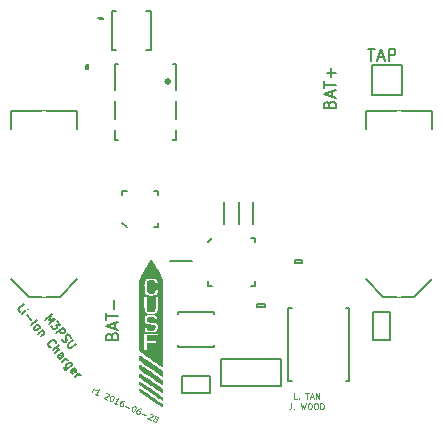
<source format=gto>
G04 #@! TF.FileFunction,Legend,Top*
%FSLAX46Y46*%
G04 Gerber Fmt 4.6, Leading zero omitted, Abs format (unit mm)*
G04 Created by KiCad (PCBNEW 4.1.0-alpha+201605071002+6776~44~ubuntu14.04.1-product) date Wed 29 Jun 2016 02:15:50 BST*
%MOMM*%
%LPD*%
G01*
G04 APERTURE LIST*
%ADD10C,0.100000*%
%ADD11C,0.200000*%
%ADD12C,0.125000*%
%ADD13C,0.150000*%
%ADD14R,0.620000X0.620000*%
%ADD15R,1.150000X2.700000*%
%ADD16R,2.700000X1.150000*%
%ADD17R,0.800000X0.300000*%
%ADD18R,0.300000X0.800000*%
%ADD19R,0.902000X0.902000*%
%ADD20R,2.920000X0.740000*%
%ADD21C,1.200000*%
%ADD22R,2.000000X1.800000*%
%ADD23R,0.250000X0.400000*%
%ADD24R,0.700000X0.400000*%
%ADD25R,0.405000X0.760000*%
%ADD26R,2.235000X1.725000*%
%ADD27R,0.405000X0.990000*%
%ADD28R,0.400000X0.250000*%
%ADD29R,0.400000X0.700000*%
%ADD30R,0.610000X1.270000*%
%ADD31R,3.910000X3.810000*%
%ADD32R,1.000000X0.950000*%
%ADD33R,0.475000X0.800000*%
%ADD34R,0.650000X0.550000*%
%ADD35R,0.750000X0.550000*%
%ADD36R,2.025000X3.900000*%
%ADD37R,0.650000X1.250000*%
%ADD38R,0.450000X0.450000*%
%ADD39R,1.036000X2.450000*%
%ADD40R,0.562000X2.450000*%
%ADD41R,0.240000X0.900000*%
%ADD42R,0.900000X0.240000*%
%ADD43R,1.502000X1.502000*%
G04 APERTURE END LIST*
D10*
D11*
X112385714Y-86852380D02*
X112957142Y-86852380D01*
X112671428Y-87852380D02*
X112671428Y-86852380D01*
X113242857Y-87566666D02*
X113719047Y-87566666D01*
X113147619Y-87852380D02*
X113480952Y-86852380D01*
X113814285Y-87852380D01*
X114147619Y-87852380D02*
X114147619Y-86852380D01*
X114528571Y-86852380D01*
X114623809Y-86900000D01*
X114671428Y-86947619D01*
X114719047Y-87042857D01*
X114719047Y-87185714D01*
X114671428Y-87280952D01*
X114623809Y-87328571D01*
X114528571Y-87376190D01*
X114147619Y-87376190D01*
X109128571Y-91557142D02*
X109176190Y-91414285D01*
X109223809Y-91366666D01*
X109319047Y-91319047D01*
X109461904Y-91319047D01*
X109557142Y-91366666D01*
X109604761Y-91414285D01*
X109652380Y-91509523D01*
X109652380Y-91890476D01*
X108652380Y-91890476D01*
X108652380Y-91557142D01*
X108700000Y-91461904D01*
X108747619Y-91414285D01*
X108842857Y-91366666D01*
X108938095Y-91366666D01*
X109033333Y-91414285D01*
X109080952Y-91461904D01*
X109128571Y-91557142D01*
X109128571Y-91890476D01*
X109366666Y-90938095D02*
X109366666Y-90461904D01*
X109652380Y-91033333D02*
X108652380Y-90700000D01*
X109652380Y-90366666D01*
X108652380Y-90176190D02*
X108652380Y-89604761D01*
X109652380Y-89890476D02*
X108652380Y-89890476D01*
X109271428Y-89271428D02*
X109271428Y-88509523D01*
X109652380Y-88890476D02*
X108890476Y-88890476D01*
X90728571Y-111157142D02*
X90776190Y-111014285D01*
X90823809Y-110966666D01*
X90919047Y-110919047D01*
X91061904Y-110919047D01*
X91157142Y-110966666D01*
X91204761Y-111014285D01*
X91252380Y-111109523D01*
X91252380Y-111490476D01*
X90252380Y-111490476D01*
X90252380Y-111157142D01*
X90300000Y-111061904D01*
X90347619Y-111014285D01*
X90442857Y-110966666D01*
X90538095Y-110966666D01*
X90633333Y-111014285D01*
X90680952Y-111061904D01*
X90728571Y-111157142D01*
X90728571Y-111490476D01*
X90966666Y-110538095D02*
X90966666Y-110061904D01*
X91252380Y-110633333D02*
X90252380Y-110300000D01*
X91252380Y-109966666D01*
X90252380Y-109776190D02*
X90252380Y-109204761D01*
X91252380Y-109490476D02*
X90252380Y-109490476D01*
X90871428Y-108871428D02*
X90871428Y-108109523D01*
D12*
X106378571Y-116488690D02*
X106140476Y-116488690D01*
X106140476Y-115988690D01*
X106545238Y-116441071D02*
X106569047Y-116464880D01*
X106545238Y-116488690D01*
X106521428Y-116464880D01*
X106545238Y-116441071D01*
X106545238Y-116488690D01*
X107092857Y-115988690D02*
X107378571Y-115988690D01*
X107235714Y-116488690D02*
X107235714Y-115988690D01*
X107521428Y-116345833D02*
X107759523Y-116345833D01*
X107473809Y-116488690D02*
X107640476Y-115988690D01*
X107807142Y-116488690D01*
X107973809Y-116488690D02*
X107973809Y-115988690D01*
X108259523Y-116488690D01*
X108259523Y-115988690D01*
X105902380Y-116863690D02*
X105902380Y-117220833D01*
X105878571Y-117292261D01*
X105830952Y-117339880D01*
X105759523Y-117363690D01*
X105711904Y-117363690D01*
X106140476Y-117316071D02*
X106164285Y-117339880D01*
X106140476Y-117363690D01*
X106116666Y-117339880D01*
X106140476Y-117316071D01*
X106140476Y-117363690D01*
X106711904Y-116863690D02*
X106830952Y-117363690D01*
X106926190Y-117006547D01*
X107021428Y-117363690D01*
X107140476Y-116863690D01*
X107426190Y-116863690D02*
X107521428Y-116863690D01*
X107569047Y-116887500D01*
X107616666Y-116935119D01*
X107640476Y-117030357D01*
X107640476Y-117197023D01*
X107616666Y-117292261D01*
X107569047Y-117339880D01*
X107521428Y-117363690D01*
X107426190Y-117363690D01*
X107378571Y-117339880D01*
X107330952Y-117292261D01*
X107307142Y-117197023D01*
X107307142Y-117030357D01*
X107330952Y-116935119D01*
X107378571Y-116887500D01*
X107426190Y-116863690D01*
X107950000Y-116863690D02*
X108045238Y-116863690D01*
X108092857Y-116887500D01*
X108140476Y-116935119D01*
X108164285Y-117030357D01*
X108164285Y-117197023D01*
X108140476Y-117292261D01*
X108092857Y-117339880D01*
X108045238Y-117363690D01*
X107950000Y-117363690D01*
X107902380Y-117339880D01*
X107854761Y-117292261D01*
X107830952Y-117197023D01*
X107830952Y-117030357D01*
X107854761Y-116935119D01*
X107902380Y-116887500D01*
X107950000Y-116863690D01*
X108378571Y-117363690D02*
X108378571Y-116863690D01*
X108497619Y-116863690D01*
X108569047Y-116887500D01*
X108616666Y-116935119D01*
X108640476Y-116982738D01*
X108664285Y-117077976D01*
X108664285Y-117149404D01*
X108640476Y-117244642D01*
X108616666Y-117292261D01*
X108569047Y-117339880D01*
X108497619Y-117363690D01*
X108378571Y-117363690D01*
X88996273Y-115942174D02*
X89137146Y-115640071D01*
X89096897Y-115726387D02*
X89138600Y-115693291D01*
X89170241Y-115681775D01*
X89223461Y-115680321D01*
X89266619Y-115700446D01*
X89514163Y-116183670D02*
X89255218Y-116062922D01*
X89384691Y-116123296D02*
X89596000Y-115670142D01*
X89522656Y-115714754D01*
X89459373Y-115737787D01*
X89406153Y-115739241D01*
X90223238Y-116015170D02*
X90254879Y-116003654D01*
X90308099Y-116002199D01*
X90415993Y-116052511D01*
X90449088Y-116094215D01*
X90460604Y-116125856D01*
X90462058Y-116179076D01*
X90441934Y-116222233D01*
X90390168Y-116276907D01*
X90010475Y-116415104D01*
X90290999Y-116545914D01*
X90782832Y-116223571D02*
X90825989Y-116243696D01*
X90859084Y-116285399D01*
X90870601Y-116317040D01*
X90872055Y-116370260D01*
X90853384Y-116466637D01*
X90803073Y-116574531D01*
X90741244Y-116650784D01*
X90699541Y-116683879D01*
X90667900Y-116695395D01*
X90614680Y-116696850D01*
X90571523Y-116676725D01*
X90538427Y-116635021D01*
X90526911Y-116603380D01*
X90525457Y-116550160D01*
X90544127Y-116453783D01*
X90594439Y-116345889D01*
X90656267Y-116269637D01*
X90697971Y-116236541D01*
X90729612Y-116225025D01*
X90782832Y-116223571D01*
X91154149Y-116948408D02*
X90895204Y-116827660D01*
X91024676Y-116888034D02*
X91235986Y-116434880D01*
X91162641Y-116479492D01*
X91099359Y-116502525D01*
X91046139Y-116503979D01*
X91753876Y-116676376D02*
X91667561Y-116636127D01*
X91614341Y-116637581D01*
X91582700Y-116649097D01*
X91509355Y-116693709D01*
X91447527Y-116769962D01*
X91367028Y-116942592D01*
X91368482Y-116995812D01*
X91379999Y-117027453D01*
X91413094Y-117069156D01*
X91499409Y-117109405D01*
X91552629Y-117107951D01*
X91584270Y-117096435D01*
X91625973Y-117063340D01*
X91676285Y-116955446D01*
X91674831Y-116902226D01*
X91663315Y-116870585D01*
X91630219Y-116828882D01*
X91543904Y-116788632D01*
X91490685Y-116790086D01*
X91459044Y-116801603D01*
X91417340Y-116834698D01*
X91860432Y-117067586D02*
X92205692Y-117228583D01*
X92638605Y-117088932D02*
X92681762Y-117109057D01*
X92714857Y-117150760D01*
X92726374Y-117182401D01*
X92727828Y-117235621D01*
X92709157Y-117331999D01*
X92658846Y-117439892D01*
X92597018Y-117516145D01*
X92555314Y-117549240D01*
X92523673Y-117560757D01*
X92470453Y-117562211D01*
X92427296Y-117542086D01*
X92394200Y-117500383D01*
X92382684Y-117468742D01*
X92381230Y-117415522D01*
X92399901Y-117319144D01*
X92450212Y-117211251D01*
X92512040Y-117134998D01*
X92553744Y-117101903D01*
X92585385Y-117090386D01*
X92638605Y-117088932D01*
X93178074Y-117340491D02*
X93091759Y-117300241D01*
X93038539Y-117301695D01*
X93006898Y-117313212D01*
X92933553Y-117357823D01*
X92871725Y-117434076D01*
X92791226Y-117606706D01*
X92792680Y-117659926D01*
X92804197Y-117691567D01*
X92837292Y-117733271D01*
X92923607Y-117773520D01*
X92976827Y-117772066D01*
X93008468Y-117760549D01*
X93050171Y-117727454D01*
X93100483Y-117619560D01*
X93099029Y-117566341D01*
X93087513Y-117534699D01*
X93054417Y-117492996D01*
X92968102Y-117452747D01*
X92914883Y-117454201D01*
X92883241Y-117465717D01*
X92841538Y-117498812D01*
X93284630Y-117731700D02*
X93629890Y-117892698D01*
X93934784Y-117745892D02*
X93966425Y-117734376D01*
X94019645Y-117732922D01*
X94127539Y-117783234D01*
X94160634Y-117824937D01*
X94172151Y-117856578D01*
X94173605Y-117909798D01*
X94153480Y-117952956D01*
X94101714Y-118007629D01*
X93722021Y-118145826D01*
X94002545Y-118276637D01*
X94382238Y-118138440D02*
X94349143Y-118096736D01*
X94337626Y-118065095D01*
X94336172Y-118011875D01*
X94346235Y-117990297D01*
X94387938Y-117957202D01*
X94419579Y-117945685D01*
X94472799Y-117944231D01*
X94559114Y-117984480D01*
X94592209Y-118026184D01*
X94603726Y-118057825D01*
X94605180Y-118111045D01*
X94595117Y-118132624D01*
X94553414Y-118165719D01*
X94521773Y-118177235D01*
X94468553Y-118178689D01*
X94382238Y-118138440D01*
X94329018Y-118139894D01*
X94297377Y-118151410D01*
X94255674Y-118184506D01*
X94215424Y-118270821D01*
X94216878Y-118324040D01*
X94228395Y-118355681D01*
X94261490Y-118397385D01*
X94347805Y-118437634D01*
X94401025Y-118436180D01*
X94432666Y-118424664D01*
X94474369Y-118391569D01*
X94514619Y-118305254D01*
X94513165Y-118252034D01*
X94501648Y-118220393D01*
X94468553Y-118178689D01*
D13*
X85077872Y-109779437D02*
X85614104Y-109329486D01*
X85381065Y-109829624D01*
X85914071Y-109686973D01*
X85377840Y-110136925D01*
X86085481Y-109891252D02*
X86364022Y-110223205D01*
X86009760Y-110215871D01*
X86074039Y-110292475D01*
X86091357Y-110364971D01*
X86087248Y-110411932D01*
X86057605Y-110480320D01*
X85929931Y-110587451D01*
X85857435Y-110604769D01*
X85810474Y-110600660D01*
X85742086Y-110571017D01*
X85613529Y-110417808D01*
X85596211Y-110345312D01*
X85600320Y-110298351D01*
X86020628Y-110902969D02*
X86556859Y-110453018D01*
X86728269Y-110657296D01*
X86745586Y-110729792D01*
X86741478Y-110776753D01*
X86711835Y-110845141D01*
X86635230Y-110909419D01*
X86562734Y-110926737D01*
X86515773Y-110922629D01*
X86447386Y-110892985D01*
X86275976Y-110688707D01*
X86474688Y-111392239D02*
X86513431Y-111490270D01*
X86620563Y-111617944D01*
X86688950Y-111647587D01*
X86735911Y-111651696D01*
X86808407Y-111634378D01*
X86859477Y-111591526D01*
X86889120Y-111523138D01*
X86893229Y-111476177D01*
X86875911Y-111403682D01*
X86815741Y-111280116D01*
X86798423Y-111207620D01*
X86802532Y-111160659D01*
X86832175Y-111092272D01*
X86883245Y-111049419D01*
X86955740Y-111032102D01*
X87002701Y-111036210D01*
X87071089Y-111065853D01*
X87178220Y-111193528D01*
X87216964Y-111291558D01*
X87435335Y-111499945D02*
X87001243Y-111864192D01*
X86971600Y-111932579D01*
X86967491Y-111979540D01*
X86984809Y-112052036D01*
X87070514Y-112154175D01*
X87138901Y-112183819D01*
X87185862Y-112187927D01*
X87258358Y-112170609D01*
X87692450Y-111806363D01*
X82958749Y-109120833D02*
X82744487Y-108865485D01*
X83280718Y-108415533D01*
X83108733Y-109299576D02*
X83466220Y-108999609D01*
X83644964Y-108849625D02*
X83598003Y-108845517D01*
X83593895Y-108892478D01*
X83640856Y-108896586D01*
X83644964Y-108849625D01*
X83593895Y-108892478D01*
X83527274Y-109383515D02*
X83870094Y-109792072D01*
X83880078Y-110218830D02*
X84416309Y-109768878D01*
X84158619Y-110550782D02*
X84141302Y-110478287D01*
X84145410Y-110431325D01*
X84175054Y-110362938D01*
X84328263Y-110234381D01*
X84400758Y-110217063D01*
X84447720Y-110221171D01*
X84516107Y-110250815D01*
X84580386Y-110327419D01*
X84597703Y-110399915D01*
X84593595Y-110446876D01*
X84563951Y-110515264D01*
X84410742Y-110643821D01*
X84338247Y-110661139D01*
X84291286Y-110657030D01*
X84222898Y-110627387D01*
X84158619Y-110550782D01*
X84858927Y-110659372D02*
X84501440Y-110959339D01*
X84807857Y-110702224D02*
X84854818Y-110706333D01*
X84923206Y-110735976D01*
X84987484Y-110812581D01*
X85004802Y-110885077D01*
X84975159Y-110953464D01*
X84694276Y-111189153D01*
X85559543Y-112116623D02*
X85512582Y-112112515D01*
X85422768Y-112057336D01*
X85379916Y-112006267D01*
X85341172Y-111908236D01*
X85349389Y-111814314D01*
X85379032Y-111745927D01*
X85459745Y-111634687D01*
X85536350Y-111570408D01*
X85659915Y-111510238D01*
X85732411Y-111492920D01*
X85826333Y-111501137D01*
X85916147Y-111556316D01*
X85959000Y-111607385D01*
X85997743Y-111705416D01*
X85993635Y-111752377D01*
X85701310Y-112389289D02*
X86237541Y-111939338D01*
X85894146Y-112619102D02*
X86175029Y-112383414D01*
X86204672Y-112315026D01*
X86187355Y-112242530D01*
X86123076Y-112165926D01*
X86054689Y-112136283D01*
X86007727Y-112132174D01*
X86301245Y-113104264D02*
X86582128Y-112868575D01*
X86611771Y-112800188D01*
X86594453Y-112727692D01*
X86508748Y-112625553D01*
X86440361Y-112595909D01*
X86326780Y-113082838D02*
X86258392Y-113053194D01*
X86151261Y-112925520D01*
X86133943Y-112853024D01*
X86163587Y-112784637D01*
X86214656Y-112741784D01*
X86287152Y-112724467D01*
X86355540Y-112754110D01*
X86462671Y-112881784D01*
X86531058Y-112911428D01*
X86515507Y-113359612D02*
X86872995Y-113059644D01*
X86770856Y-113145349D02*
X86843351Y-113128032D01*
X86890312Y-113132140D01*
X86958700Y-113161784D01*
X87001552Y-113212853D01*
X87344372Y-113621410D02*
X86910280Y-113985657D01*
X86837785Y-114002974D01*
X86790824Y-113998866D01*
X86722436Y-113969222D01*
X86658157Y-113892618D01*
X86640840Y-113820122D01*
X87012420Y-113899952D02*
X86944032Y-113870308D01*
X86858327Y-113768169D01*
X86841010Y-113695673D01*
X86845118Y-113648712D01*
X86874762Y-113580325D01*
X87027971Y-113451767D01*
X87100466Y-113434450D01*
X87147428Y-113438558D01*
X87215815Y-113468202D01*
X87301520Y-113570341D01*
X87318838Y-113642837D01*
X87398092Y-114359578D02*
X87329705Y-114329935D01*
X87244000Y-114227796D01*
X87226682Y-114155300D01*
X87256326Y-114086913D01*
X87460604Y-113915502D01*
X87533100Y-113898185D01*
X87601487Y-113927828D01*
X87687192Y-114029967D01*
X87704510Y-114102463D01*
X87674867Y-114170851D01*
X87623797Y-114213703D01*
X87358465Y-114001208D01*
X87586820Y-114636353D02*
X87944307Y-114336385D01*
X87842168Y-114422090D02*
X87914664Y-114404773D01*
X87961625Y-114408881D01*
X88030012Y-114438524D01*
X88072865Y-114489594D01*
D11*
X97540000Y-104850000D02*
X95620000Y-104850000D01*
X102650000Y-99790000D02*
X102650000Y-101700000D01*
X101440000Y-99790000D02*
X101440000Y-101700000D01*
X100230000Y-99790000D02*
X100230000Y-101700000D01*
D13*
X112785000Y-109115000D02*
X114235000Y-109115000D01*
X114235000Y-109115000D02*
X114235000Y-111465000D01*
X114235000Y-111465000D02*
X112785000Y-111465000D01*
X112785000Y-111465000D02*
X112785000Y-109115000D01*
X99015000Y-114565000D02*
X99015000Y-116015000D01*
X99015000Y-116015000D02*
X96665000Y-116015000D01*
X96665000Y-116015000D02*
X96665000Y-114565000D01*
X96665000Y-114565000D02*
X99015000Y-114565000D01*
X98845000Y-103245000D02*
X99195000Y-102895000D01*
X102495000Y-102895000D02*
X102845000Y-102895000D01*
X102845000Y-102895000D02*
X102845000Y-103245000D01*
X102495000Y-106895000D02*
X102845000Y-106895000D01*
X102845000Y-106895000D02*
X102845000Y-106545000D01*
X99195000Y-106895000D02*
X98845000Y-106895000D01*
X98845000Y-106895000D02*
X98845000Y-106545000D01*
X87785000Y-93635000D02*
X87785000Y-92135000D01*
X87785000Y-92135000D02*
X82215000Y-92135000D01*
X82215000Y-92135000D02*
X82215000Y-93635000D01*
X82215000Y-106365000D02*
X83715000Y-107865000D01*
X83715000Y-107865000D02*
X86285000Y-107865000D01*
X86285000Y-107865000D02*
X87785000Y-106365000D01*
X117785000Y-93635000D02*
X117785000Y-92135000D01*
X117785000Y-92135000D02*
X112215000Y-92135000D01*
X112215000Y-92135000D02*
X112215000Y-93635000D01*
X112215000Y-106365000D02*
X113715000Y-107865000D01*
X113715000Y-107865000D02*
X116285000Y-107865000D01*
X116285000Y-107865000D02*
X117785000Y-106365000D01*
X99975000Y-115400000D02*
X99975000Y-113100000D01*
X99975000Y-113100000D02*
X105025000Y-113100000D01*
X105025000Y-113100000D02*
X105025000Y-115400000D01*
X105025000Y-115400000D02*
X99975000Y-115400000D01*
X89975000Y-84205000D02*
X89525000Y-84205000D01*
X89525000Y-84205000D02*
X89700000Y-84355000D01*
X89700000Y-84355000D02*
X89975000Y-84355000D01*
X89975000Y-84355000D02*
X89975000Y-84205000D01*
X91080000Y-86920000D02*
X90700000Y-86920000D01*
X90700000Y-86920000D02*
X90700000Y-83620000D01*
X90700000Y-83620000D02*
X91080000Y-83620000D01*
X93620000Y-86920000D02*
X94000000Y-86920000D01*
X94000000Y-86920000D02*
X94000000Y-83620000D01*
X94000000Y-83620000D02*
X93620000Y-83620000D01*
X88675000Y-88545000D02*
X88675000Y-88095000D01*
X88675000Y-88095000D02*
X88525000Y-88270000D01*
X88525000Y-88270000D02*
X88525000Y-88545000D01*
X88525000Y-88545000D02*
X88675000Y-88545000D01*
X105940000Y-114955000D02*
X105655000Y-114955000D01*
X110800000Y-114955000D02*
X110515000Y-114955000D01*
X110800000Y-108805000D02*
X110515000Y-108805000D01*
X105940000Y-108805000D02*
X105655000Y-108805000D01*
X110805000Y-108805000D02*
X110805000Y-114955000D01*
X105655000Y-108805000D02*
X105655000Y-114955000D01*
X103655000Y-108415000D02*
X103655000Y-108665000D01*
X103655000Y-108665000D02*
X103005000Y-108665000D01*
X103005000Y-108665000D02*
X103005000Y-108415000D01*
X103005000Y-108415000D02*
X103655000Y-108415000D01*
X106855000Y-104765000D02*
X106855000Y-105015000D01*
X106855000Y-105015000D02*
X106205000Y-105015000D01*
X106205000Y-105015000D02*
X106205000Y-104765000D01*
X106205000Y-104765000D02*
X106855000Y-104765000D01*
X95650000Y-89620000D02*
G75*
G03X95650000Y-89620000I-200000J0D01*
G01*
X95520711Y-89620000D02*
G75*
G03X95520711Y-89620000I-70711J0D01*
G01*
X96150000Y-90330000D02*
X96150000Y-88170000D01*
X96150000Y-88170000D02*
X95860000Y-88170000D01*
X96150000Y-92780000D02*
X96150000Y-91290000D01*
X95850000Y-94570000D02*
X96150000Y-94570000D01*
X96150000Y-94570000D02*
X96150000Y-93740000D01*
X90950000Y-93740000D02*
X90950000Y-94570000D01*
X90950000Y-94570000D02*
X91250000Y-94570000D01*
X90950000Y-91290000D02*
X90950000Y-92780000D01*
X90950000Y-90330000D02*
X90950000Y-88170000D01*
X90950000Y-88170000D02*
X91240000Y-88170000D01*
X96330000Y-112120000D02*
X96330000Y-111900000D01*
X99330000Y-112120000D02*
X99330000Y-111900000D01*
X99330000Y-109120000D02*
X99330000Y-109340000D01*
X96330000Y-109120000D02*
X96330000Y-109340000D01*
X96330000Y-112120000D02*
X99330000Y-112120000D01*
X96330000Y-109120000D02*
X99330000Y-109120000D01*
X91965000Y-101905000D02*
X91615000Y-101555000D01*
X91615000Y-99255000D02*
X91615000Y-98905000D01*
X91615000Y-98905000D02*
X91965000Y-98905000D01*
X94615000Y-99255000D02*
X94615000Y-98905000D01*
X94615000Y-98905000D02*
X94265000Y-98905000D01*
X94615000Y-101555000D02*
X94615000Y-101905000D01*
X94615000Y-101905000D02*
X94265000Y-101905000D01*
D10*
G36*
X94995736Y-117038875D02*
X94993366Y-117087746D01*
X94972523Y-117118489D01*
X94954842Y-117123000D01*
X94930121Y-117111207D01*
X94874208Y-117077355D01*
X94790543Y-117023733D01*
X94682563Y-116952633D01*
X94553707Y-116866343D01*
X94407414Y-116767155D01*
X94247121Y-116657357D01*
X94076267Y-116539240D01*
X94028800Y-116506240D01*
X93854527Y-116384672D01*
X93689338Y-116268944D01*
X93536790Y-116161580D01*
X93400440Y-116065108D01*
X93283844Y-115982054D01*
X93190559Y-115914943D01*
X93124142Y-115866302D01*
X93088149Y-115838657D01*
X93084542Y-115835530D01*
X93038296Y-115773875D01*
X93026334Y-115708989D01*
X93029800Y-115660576D01*
X93045620Y-115643531D01*
X93074288Y-115645565D01*
X93098883Y-115658810D01*
X93154107Y-115693668D01*
X93235971Y-115747387D01*
X93340488Y-115817211D01*
X93463669Y-115900388D01*
X93601526Y-115994163D01*
X93750070Y-116095783D01*
X93905314Y-116202495D01*
X94063270Y-116311543D01*
X94219948Y-116420175D01*
X94371361Y-116525637D01*
X94513521Y-116625175D01*
X94642440Y-116716035D01*
X94754128Y-116795464D01*
X94844598Y-116860707D01*
X94909862Y-116909012D01*
X94945932Y-116937623D01*
X94947209Y-116938770D01*
X94980170Y-116984882D01*
X94995736Y-117038875D01*
X94995736Y-117038875D01*
X94995736Y-117038875D01*
G37*
X94995736Y-117038875D02*
X94993366Y-117087746D01*
X94972523Y-117118489D01*
X94954842Y-117123000D01*
X94930121Y-117111207D01*
X94874208Y-117077355D01*
X94790543Y-117023733D01*
X94682563Y-116952633D01*
X94553707Y-116866343D01*
X94407414Y-116767155D01*
X94247121Y-116657357D01*
X94076267Y-116539240D01*
X94028800Y-116506240D01*
X93854527Y-116384672D01*
X93689338Y-116268944D01*
X93536790Y-116161580D01*
X93400440Y-116065108D01*
X93283844Y-115982054D01*
X93190559Y-115914943D01*
X93124142Y-115866302D01*
X93088149Y-115838657D01*
X93084542Y-115835530D01*
X93038296Y-115773875D01*
X93026334Y-115708989D01*
X93029800Y-115660576D01*
X93045620Y-115643531D01*
X93074288Y-115645565D01*
X93098883Y-115658810D01*
X93154107Y-115693668D01*
X93235971Y-115747387D01*
X93340488Y-115817211D01*
X93463669Y-115900388D01*
X93601526Y-115994163D01*
X93750070Y-116095783D01*
X93905314Y-116202495D01*
X94063270Y-116311543D01*
X94219948Y-116420175D01*
X94371361Y-116525637D01*
X94513521Y-116625175D01*
X94642440Y-116716035D01*
X94754128Y-116795464D01*
X94844598Y-116860707D01*
X94909862Y-116909012D01*
X94945932Y-116937623D01*
X94947209Y-116938770D01*
X94980170Y-116984882D01*
X94995736Y-117038875D01*
X94995736Y-117038875D01*
G36*
X94996748Y-116494801D02*
X94983434Y-116536726D01*
X94957253Y-116551500D01*
X94933072Y-116539695D01*
X94877671Y-116505795D01*
X94794447Y-116452075D01*
X94686797Y-116380809D01*
X94558118Y-116294270D01*
X94411806Y-116194732D01*
X94251259Y-116084469D01*
X94079873Y-115965756D01*
X94020628Y-115924494D01*
X93845603Y-115802236D01*
X93680001Y-115686186D01*
X93527289Y-115578802D01*
X93390936Y-115482539D01*
X93274410Y-115399853D01*
X93181180Y-115333202D01*
X93114714Y-115285041D01*
X93078480Y-115257826D01*
X93073959Y-115254055D01*
X93044669Y-115210728D01*
X93027541Y-115153450D01*
X93023346Y-115095206D01*
X93032852Y-115048978D01*
X93056834Y-115027751D01*
X93060508Y-115027500D01*
X93083315Y-115039257D01*
X93136766Y-115072714D01*
X93216927Y-115125147D01*
X93319864Y-115193835D01*
X93441641Y-115276054D01*
X93578326Y-115369082D01*
X93725982Y-115470196D01*
X93880677Y-115576674D01*
X94038476Y-115685792D01*
X94195444Y-115794828D01*
X94347647Y-115901060D01*
X94491151Y-116001765D01*
X94622021Y-116094219D01*
X94736324Y-116175701D01*
X94830124Y-116243488D01*
X94899488Y-116294856D01*
X94940480Y-116327085D01*
X94947209Y-116333151D01*
X94978047Y-116380230D01*
X94994756Y-116438374D01*
X94996748Y-116494801D01*
X94996748Y-116494801D01*
X94996748Y-116494801D01*
G37*
X94996748Y-116494801D02*
X94983434Y-116536726D01*
X94957253Y-116551500D01*
X94933072Y-116539695D01*
X94877671Y-116505795D01*
X94794447Y-116452075D01*
X94686797Y-116380809D01*
X94558118Y-116294270D01*
X94411806Y-116194732D01*
X94251259Y-116084469D01*
X94079873Y-115965756D01*
X94020628Y-115924494D01*
X93845603Y-115802236D01*
X93680001Y-115686186D01*
X93527289Y-115578802D01*
X93390936Y-115482539D01*
X93274410Y-115399853D01*
X93181180Y-115333202D01*
X93114714Y-115285041D01*
X93078480Y-115257826D01*
X93073959Y-115254055D01*
X93044669Y-115210728D01*
X93027541Y-115153450D01*
X93023346Y-115095206D01*
X93032852Y-115048978D01*
X93056834Y-115027751D01*
X93060508Y-115027500D01*
X93083315Y-115039257D01*
X93136766Y-115072714D01*
X93216927Y-115125147D01*
X93319864Y-115193835D01*
X93441641Y-115276054D01*
X93578326Y-115369082D01*
X93725982Y-115470196D01*
X93880677Y-115576674D01*
X94038476Y-115685792D01*
X94195444Y-115794828D01*
X94347647Y-115901060D01*
X94491151Y-116001765D01*
X94622021Y-116094219D01*
X94736324Y-116175701D01*
X94830124Y-116243488D01*
X94899488Y-116294856D01*
X94940480Y-116327085D01*
X94947209Y-116333151D01*
X94978047Y-116380230D01*
X94994756Y-116438374D01*
X94996748Y-116494801D01*
X94996748Y-116494801D01*
G36*
X94994834Y-115825960D02*
X94992604Y-115892050D01*
X94983617Y-115925823D01*
X94964423Y-115937161D01*
X94955856Y-115937667D01*
X94931394Y-115925859D01*
X94875726Y-115891954D01*
X94792258Y-115838228D01*
X94684395Y-115766958D01*
X94555543Y-115680421D01*
X94409109Y-115580891D01*
X94248499Y-115470647D01*
X94077118Y-115351965D01*
X94019231Y-115311651D01*
X93844292Y-115189432D01*
X93678747Y-115073358D01*
X93526074Y-114965897D01*
X93389748Y-114869514D01*
X93273246Y-114786676D01*
X93180046Y-114719850D01*
X93113623Y-114671503D01*
X93077456Y-114644102D01*
X93073038Y-114640346D01*
X93044389Y-114606540D01*
X93031232Y-114565392D01*
X93029624Y-114501774D01*
X93030705Y-114477904D01*
X93036162Y-114410443D01*
X93046180Y-114375413D01*
X93065065Y-114362911D01*
X93081081Y-114362059D01*
X93106579Y-114374166D01*
X93162554Y-114408120D01*
X93245032Y-114461161D01*
X93350040Y-114530532D01*
X93473606Y-114613472D01*
X93611756Y-114707225D01*
X93760519Y-114809030D01*
X93915920Y-114916130D01*
X94073989Y-115025765D01*
X94230751Y-115135178D01*
X94382233Y-115241609D01*
X94524464Y-115342300D01*
X94653471Y-115434492D01*
X94765280Y-115515426D01*
X94855919Y-115582344D01*
X94921415Y-115632487D01*
X94957795Y-115663097D01*
X94963054Y-115668881D01*
X94983116Y-115720395D01*
X94993914Y-115795912D01*
X94994834Y-115825960D01*
X94994834Y-115825960D01*
X94994834Y-115825960D01*
G37*
X94994834Y-115825960D02*
X94992604Y-115892050D01*
X94983617Y-115925823D01*
X94964423Y-115937161D01*
X94955856Y-115937667D01*
X94931394Y-115925859D01*
X94875726Y-115891954D01*
X94792258Y-115838228D01*
X94684395Y-115766958D01*
X94555543Y-115680421D01*
X94409109Y-115580891D01*
X94248499Y-115470647D01*
X94077118Y-115351965D01*
X94019231Y-115311651D01*
X93844292Y-115189432D01*
X93678747Y-115073358D01*
X93526074Y-114965897D01*
X93389748Y-114869514D01*
X93273246Y-114786676D01*
X93180046Y-114719850D01*
X93113623Y-114671503D01*
X93077456Y-114644102D01*
X93073038Y-114640346D01*
X93044389Y-114606540D01*
X93031232Y-114565392D01*
X93029624Y-114501774D01*
X93030705Y-114477904D01*
X93036162Y-114410443D01*
X93046180Y-114375413D01*
X93065065Y-114362911D01*
X93081081Y-114362059D01*
X93106579Y-114374166D01*
X93162554Y-114408120D01*
X93245032Y-114461161D01*
X93350040Y-114530532D01*
X93473606Y-114613472D01*
X93611756Y-114707225D01*
X93760519Y-114809030D01*
X93915920Y-114916130D01*
X94073989Y-115025765D01*
X94230751Y-115135178D01*
X94382233Y-115241609D01*
X94524464Y-115342300D01*
X94653471Y-115434492D01*
X94765280Y-115515426D01*
X94855919Y-115582344D01*
X94921415Y-115632487D01*
X94957795Y-115663097D01*
X94963054Y-115668881D01*
X94983116Y-115720395D01*
X94993914Y-115795912D01*
X94994834Y-115825960D01*
X94994834Y-115825960D01*
G36*
X94992199Y-115013405D02*
X94990412Y-115089997D01*
X94990400Y-115090272D01*
X94984093Y-115170389D01*
X94972762Y-115215715D01*
X94954411Y-115233683D01*
X94951719Y-115234339D01*
X94928535Y-115223757D01*
X94874105Y-115191054D01*
X94791802Y-115138476D01*
X94685000Y-115068269D01*
X94557070Y-114982678D01*
X94411387Y-114883947D01*
X94251323Y-114774322D01*
X94080250Y-114656048D01*
X94020386Y-114614408D01*
X93845256Y-114492031D01*
X93679565Y-114375523D01*
X93526790Y-114267378D01*
X93390408Y-114170093D01*
X93273895Y-114086161D01*
X93180728Y-114018078D01*
X93114383Y-113968339D01*
X93078338Y-113939438D01*
X93073959Y-113935211D01*
X93045110Y-113893263D01*
X93030573Y-113840578D01*
X93026347Y-113762070D01*
X93026334Y-113755655D01*
X93031688Y-113671067D01*
X93049559Y-113624355D01*
X93082654Y-113612216D01*
X93129906Y-113629290D01*
X93161414Y-113649033D01*
X93223029Y-113690191D01*
X93310602Y-113749854D01*
X93419985Y-113825113D01*
X93547028Y-113913058D01*
X93687584Y-114010780D01*
X93837504Y-114115370D01*
X93992638Y-114223918D01*
X94148839Y-114333514D01*
X94301958Y-114441250D01*
X94447845Y-114544215D01*
X94582353Y-114639501D01*
X94701334Y-114724198D01*
X94800637Y-114795396D01*
X94876115Y-114850187D01*
X94923619Y-114885661D01*
X94937483Y-114896937D01*
X94969553Y-114930826D01*
X94986519Y-114964998D01*
X94992199Y-115013405D01*
X94992199Y-115013405D01*
X94992199Y-115013405D01*
G37*
X94992199Y-115013405D02*
X94990412Y-115089997D01*
X94990400Y-115090272D01*
X94984093Y-115170389D01*
X94972762Y-115215715D01*
X94954411Y-115233683D01*
X94951719Y-115234339D01*
X94928535Y-115223757D01*
X94874105Y-115191054D01*
X94791802Y-115138476D01*
X94685000Y-115068269D01*
X94557070Y-114982678D01*
X94411387Y-114883947D01*
X94251323Y-114774322D01*
X94080250Y-114656048D01*
X94020386Y-114614408D01*
X93845256Y-114492031D01*
X93679565Y-114375523D01*
X93526790Y-114267378D01*
X93390408Y-114170093D01*
X93273895Y-114086161D01*
X93180728Y-114018078D01*
X93114383Y-113968339D01*
X93078338Y-113939438D01*
X93073959Y-113935211D01*
X93045110Y-113893263D01*
X93030573Y-113840578D01*
X93026347Y-113762070D01*
X93026334Y-113755655D01*
X93031688Y-113671067D01*
X93049559Y-113624355D01*
X93082654Y-113612216D01*
X93129906Y-113629290D01*
X93161414Y-113649033D01*
X93223029Y-113690191D01*
X93310602Y-113749854D01*
X93419985Y-113825113D01*
X93547028Y-113913058D01*
X93687584Y-114010780D01*
X93837504Y-114115370D01*
X93992638Y-114223918D01*
X94148839Y-114333514D01*
X94301958Y-114441250D01*
X94447845Y-114544215D01*
X94582353Y-114639501D01*
X94701334Y-114724198D01*
X94800637Y-114795396D01*
X94876115Y-114850187D01*
X94923619Y-114885661D01*
X94937483Y-114896937D01*
X94969553Y-114930826D01*
X94986519Y-114964998D01*
X94992199Y-115013405D01*
X94992199Y-115013405D01*
G36*
X94992455Y-114263004D02*
X94990416Y-114331445D01*
X94984431Y-114421917D01*
X94974470Y-114484698D01*
X94961685Y-114512798D01*
X94960424Y-114513391D01*
X94933054Y-114505780D01*
X94881077Y-114478623D01*
X94814195Y-114437173D01*
X94791091Y-114421655D01*
X94583644Y-114279206D01*
X94377312Y-114136717D01*
X94175343Y-113996486D01*
X93980983Y-113860811D01*
X93797481Y-113731988D01*
X93628083Y-113612316D01*
X93476037Y-113504091D01*
X93344590Y-113409612D01*
X93236990Y-113331175D01*
X93156484Y-113271078D01*
X93106320Y-113231619D01*
X93095125Y-113221796D01*
X93060428Y-113186494D01*
X93039927Y-113153934D01*
X93029898Y-113111636D01*
X93026615Y-113047124D01*
X93026334Y-112991348D01*
X93027070Y-112908540D01*
X93030955Y-112859385D01*
X93040499Y-112835205D01*
X93058213Y-112827325D01*
X93073959Y-112826812D01*
X93098170Y-112838643D01*
X93153016Y-112872108D01*
X93234510Y-112924471D01*
X93338671Y-112993000D01*
X93461514Y-113074959D01*
X93599055Y-113167614D01*
X93747312Y-113268231D01*
X93902301Y-113374075D01*
X94060037Y-113482413D01*
X94216538Y-113590509D01*
X94367820Y-113695630D01*
X94509899Y-113795042D01*
X94638791Y-113886008D01*
X94750514Y-113965797D01*
X94841083Y-114031672D01*
X94906515Y-114080900D01*
X94937500Y-114105949D01*
X94966549Y-114133609D01*
X94983641Y-114161543D01*
X94991400Y-114200943D01*
X94992455Y-114263004D01*
X94992455Y-114263004D01*
X94992455Y-114263004D01*
G37*
X94992455Y-114263004D02*
X94990416Y-114331445D01*
X94984431Y-114421917D01*
X94974470Y-114484698D01*
X94961685Y-114512798D01*
X94960424Y-114513391D01*
X94933054Y-114505780D01*
X94881077Y-114478623D01*
X94814195Y-114437173D01*
X94791091Y-114421655D01*
X94583644Y-114279206D01*
X94377312Y-114136717D01*
X94175343Y-113996486D01*
X93980983Y-113860811D01*
X93797481Y-113731988D01*
X93628083Y-113612316D01*
X93476037Y-113504091D01*
X93344590Y-113409612D01*
X93236990Y-113331175D01*
X93156484Y-113271078D01*
X93106320Y-113231619D01*
X93095125Y-113221796D01*
X93060428Y-113186494D01*
X93039927Y-113153934D01*
X93029898Y-113111636D01*
X93026615Y-113047124D01*
X93026334Y-112991348D01*
X93027070Y-112908540D01*
X93030955Y-112859385D01*
X93040499Y-112835205D01*
X93058213Y-112827325D01*
X93073959Y-112826812D01*
X93098170Y-112838643D01*
X93153016Y-112872108D01*
X93234510Y-112924471D01*
X93338671Y-112993000D01*
X93461514Y-113074959D01*
X93599055Y-113167614D01*
X93747312Y-113268231D01*
X93902301Y-113374075D01*
X94060037Y-113482413D01*
X94216538Y-113590509D01*
X94367820Y-113695630D01*
X94509899Y-113795042D01*
X94638791Y-113886008D01*
X94750514Y-113965797D01*
X94841083Y-114031672D01*
X94906515Y-114080900D01*
X94937500Y-114105949D01*
X94966549Y-114133609D01*
X94983641Y-114161543D01*
X94991400Y-114200943D01*
X94992455Y-114263004D01*
X94992455Y-114263004D01*
G36*
X94994954Y-106387874D02*
X94989602Y-110035645D01*
X94988922Y-110496080D01*
X94988277Y-110916045D01*
X94987643Y-111297406D01*
X94986995Y-111642026D01*
X94986311Y-111951770D01*
X94985564Y-112228502D01*
X94984730Y-112474087D01*
X94983786Y-112690388D01*
X94982707Y-112879271D01*
X94981469Y-113042598D01*
X94980047Y-113182235D01*
X94978417Y-113300047D01*
X94976555Y-113397896D01*
X94974436Y-113477648D01*
X94972036Y-113541166D01*
X94969330Y-113590315D01*
X94966295Y-113626960D01*
X94962906Y-113652965D01*
X94959138Y-113670193D01*
X94954968Y-113680509D01*
X94950371Y-113685778D01*
X94945322Y-113687864D01*
X94941917Y-113688380D01*
X94914543Y-113677381D01*
X94854647Y-113642682D01*
X94763974Y-113585439D01*
X94644271Y-113506807D01*
X94619973Y-113490463D01*
X94619973Y-107195833D01*
X94479320Y-107195833D01*
X94338667Y-107195833D01*
X94338667Y-107268539D01*
X94326661Y-107365783D01*
X94292835Y-107437782D01*
X94256067Y-107469894D01*
X94196567Y-107488846D01*
X94110079Y-107501361D01*
X94011547Y-107506794D01*
X93915919Y-107504495D01*
X93838141Y-107493820D01*
X93820153Y-107488763D01*
X93774589Y-107468484D01*
X93739984Y-107438681D01*
X93714872Y-107393854D01*
X93697789Y-107328501D01*
X93687270Y-107237120D01*
X93681851Y-107114210D01*
X93680090Y-106962690D01*
X93681932Y-106799848D01*
X93689192Y-106674828D01*
X93702742Y-106583364D01*
X93723458Y-106521188D01*
X93752214Y-106484034D01*
X93781110Y-106469590D01*
X93873276Y-106448050D01*
X93954856Y-106439607D01*
X94047676Y-106442626D01*
X94090214Y-106446416D01*
X94194190Y-106462503D01*
X94262451Y-106489568D01*
X94301168Y-106532440D01*
X94316510Y-106595950D01*
X94317500Y-106624333D01*
X94317500Y-106709000D01*
X94457981Y-106709000D01*
X94598463Y-106709000D01*
X94587767Y-106575752D01*
X94570581Y-106457841D01*
X94537310Y-106367074D01*
X94483476Y-106300415D01*
X94404605Y-106254829D01*
X94296219Y-106227282D01*
X94153842Y-106214739D01*
X94052917Y-106213145D01*
X93875624Y-106218981D01*
X93734684Y-106236939D01*
X93625330Y-106269090D01*
X93542793Y-106317503D01*
X93482303Y-106384249D01*
X93439092Y-106471399D01*
X93435591Y-106481163D01*
X93414973Y-106570234D01*
X93401861Y-106690487D01*
X93395889Y-106832268D01*
X93396692Y-106985918D01*
X93403904Y-107141780D01*
X93417159Y-107290198D01*
X93436091Y-107421514D01*
X93460337Y-107526071D01*
X93476845Y-107570990D01*
X93522365Y-107627881D01*
X93598483Y-107678321D01*
X93693467Y-107715206D01*
X93728733Y-107723547D01*
X93833871Y-107736948D01*
X93963168Y-107742825D01*
X94099129Y-107741193D01*
X94224259Y-107732068D01*
X94286727Y-107723028D01*
X94365280Y-107705396D01*
X94434836Y-107684531D01*
X94467677Y-107671044D01*
X94528915Y-107615934D01*
X94573981Y-107523307D01*
X94602049Y-107395103D01*
X94607603Y-107343390D01*
X94619973Y-107195833D01*
X94619973Y-113490463D01*
X94618120Y-113489217D01*
X94618120Y-107767333D01*
X94478393Y-107767333D01*
X94338667Y-107767333D01*
X94337745Y-108280625D01*
X94336650Y-108474004D01*
X94333839Y-108629581D01*
X94328872Y-108751868D01*
X94321308Y-108845378D01*
X94310709Y-108914623D01*
X94296632Y-108964114D01*
X94278640Y-108998364D01*
X94266312Y-109012947D01*
X94226703Y-109030743D01*
X94156521Y-109043029D01*
X94067143Y-109049787D01*
X93969947Y-109050996D01*
X93876308Y-109046638D01*
X93797604Y-109036692D01*
X93745210Y-109021141D01*
X93734661Y-109013853D01*
X93713572Y-108986242D01*
X93696843Y-108947101D01*
X93684008Y-108891788D01*
X93674597Y-108815658D01*
X93668143Y-108714069D01*
X93664179Y-108582376D01*
X93662236Y-108415936D01*
X93661838Y-108291208D01*
X93661334Y-107767333D01*
X93522073Y-107767333D01*
X93382813Y-107767333D01*
X93390176Y-108386458D01*
X93392742Y-108572457D01*
X93395721Y-108720933D01*
X93399398Y-108836695D01*
X93404059Y-108924553D01*
X93409989Y-108989317D01*
X93417473Y-109035797D01*
X93426795Y-109068802D01*
X93431265Y-109079667D01*
X93484924Y-109166172D01*
X93558794Y-109224558D01*
X93656029Y-109261423D01*
X93739105Y-109276079D01*
X93850571Y-109285338D01*
X93976814Y-109289073D01*
X94104219Y-109287155D01*
X94219171Y-109279456D01*
X94300583Y-109267508D01*
X94412066Y-109233412D01*
X94491262Y-109182303D01*
X94546869Y-109107779D01*
X94562507Y-109074648D01*
X94573915Y-109043022D01*
X94583059Y-109004537D01*
X94590287Y-108953987D01*
X94595950Y-108886169D01*
X94600396Y-108795879D01*
X94603974Y-108677913D01*
X94607034Y-108527067D01*
X94609391Y-108375875D01*
X94618120Y-107767333D01*
X94618120Y-113489217D01*
X94613834Y-113486334D01*
X94613834Y-111111667D01*
X94613834Y-110995250D01*
X94613834Y-110878833D01*
X94602885Y-110878833D01*
X94602885Y-110387994D01*
X94596344Y-110272183D01*
X94576036Y-110172717D01*
X94543535Y-110100686D01*
X94534519Y-110089188D01*
X94485633Y-110048123D01*
X94417233Y-110016583D01*
X94322492Y-109992456D01*
X94194587Y-109973629D01*
X94143502Y-109968175D01*
X93993023Y-109952912D01*
X93879471Y-109939419D01*
X93797647Y-109925284D01*
X93742354Y-109908091D01*
X93708391Y-109885428D01*
X93690560Y-109854878D01*
X93683663Y-109814029D01*
X93682501Y-109760466D01*
X93682500Y-109754096D01*
X93687897Y-109664702D01*
X93708729Y-109607112D01*
X93751961Y-109571652D01*
X93824556Y-109548651D01*
X93831490Y-109547134D01*
X93979522Y-109525757D01*
X94102417Y-109529486D01*
X94197509Y-109557354D01*
X94262129Y-109608394D01*
X94293613Y-109681640D01*
X94296334Y-109715662D01*
X94300799Y-109737876D01*
X94320344Y-109750361D01*
X94364191Y-109755831D01*
X94436878Y-109757000D01*
X94577423Y-109757000D01*
X94564990Y-109636537D01*
X94542122Y-109525687D01*
X94495978Y-109444030D01*
X94420424Y-109382049D01*
X94390218Y-109365417D01*
X94351303Y-109348326D01*
X94307719Y-109336474D01*
X94251062Y-109328949D01*
X94172928Y-109324839D01*
X94064914Y-109323233D01*
X94000000Y-109323083D01*
X93840230Y-109325444D01*
X93716648Y-109333750D01*
X93623307Y-109349840D01*
X93554261Y-109375549D01*
X93503565Y-109412715D01*
X93465271Y-109463176D01*
X93449273Y-109493231D01*
X93420734Y-109582892D01*
X93405378Y-109696213D01*
X93403655Y-109816480D01*
X93416016Y-109926980D01*
X93435745Y-109995691D01*
X93466460Y-110047839D01*
X93513501Y-110089685D01*
X93581701Y-110122813D01*
X93675894Y-110148809D01*
X93800911Y-110169258D01*
X93961585Y-110185746D01*
X94031750Y-110191212D01*
X94122823Y-110200713D01*
X94202133Y-110214132D01*
X94256910Y-110229116D01*
X94268886Y-110234890D01*
X94309907Y-110283547D01*
X94330261Y-110354864D01*
X94331053Y-110435973D01*
X94313384Y-110514006D01*
X94278357Y-110576094D01*
X94237059Y-110606237D01*
X94191968Y-110614865D01*
X94116739Y-110620419D01*
X94023499Y-110622242D01*
X93961052Y-110621182D01*
X93861150Y-110617238D01*
X93794450Y-110611643D01*
X93751825Y-110602394D01*
X93724144Y-110587487D01*
X93702278Y-110564919D01*
X93701760Y-110564280D01*
X93672957Y-110507153D01*
X93661334Y-110442572D01*
X93661334Y-110370833D01*
X93521311Y-110370833D01*
X93381289Y-110370833D01*
X93396194Y-110492542D01*
X93423614Y-110626813D01*
X93468480Y-110723017D01*
X93531099Y-110781796D01*
X93536198Y-110784547D01*
X93622782Y-110815496D01*
X93740411Y-110837966D01*
X93878498Y-110851165D01*
X94026457Y-110854299D01*
X94173704Y-110846573D01*
X94247369Y-110837871D01*
X94374021Y-110811923D01*
X94465506Y-110772326D01*
X94528323Y-110712917D01*
X94568971Y-110627532D01*
X94593951Y-110510007D01*
X94594086Y-110509059D01*
X94602885Y-110387994D01*
X94602885Y-110878833D01*
X94000000Y-110878833D01*
X93386167Y-110878833D01*
X93386167Y-111630250D01*
X93386167Y-112381667D01*
X93523750Y-112381667D01*
X93661334Y-112381667D01*
X93661334Y-112074750D01*
X93661334Y-111767833D01*
X94074084Y-111767833D01*
X94486834Y-111767833D01*
X94486834Y-111651417D01*
X94486834Y-111535000D01*
X94074084Y-111535000D01*
X93661334Y-111535000D01*
X93661334Y-111323333D01*
X93661334Y-111111667D01*
X94137584Y-111111667D01*
X94613834Y-111111667D01*
X94613834Y-113486334D01*
X94497285Y-113407942D01*
X94324761Y-113289998D01*
X94128447Y-113154132D01*
X94021167Y-113079316D01*
X93847757Y-112957837D01*
X93683415Y-112842206D01*
X93531709Y-112734969D01*
X93396207Y-112638670D01*
X93280475Y-112555855D01*
X93188080Y-112489068D01*
X93122591Y-112440855D01*
X93087574Y-112413760D01*
X93084542Y-112411100D01*
X93026334Y-112356911D01*
X93026334Y-109384085D01*
X93026334Y-106411259D01*
X93081221Y-106300838D01*
X93103573Y-106258055D01*
X93143974Y-106183001D01*
X93199850Y-106080374D01*
X93268624Y-105954871D01*
X93347720Y-105811192D01*
X93434561Y-105654032D01*
X93526572Y-105488091D01*
X93551401Y-105443411D01*
X93656967Y-105254043D01*
X93744297Y-105098753D01*
X93815331Y-104974405D01*
X93872012Y-104877862D01*
X93916279Y-104805986D01*
X93950073Y-104755641D01*
X93975337Y-104723689D01*
X93994010Y-104706994D01*
X94008034Y-104702420D01*
X94009804Y-104702577D01*
X94027764Y-104714387D01*
X94055897Y-104747671D01*
X94095809Y-104804973D01*
X94149108Y-104888838D01*
X94217398Y-105001809D01*
X94302288Y-105146430D01*
X94405383Y-105325245D01*
X94428088Y-105364917D01*
X94519916Y-105525974D01*
X94609242Y-105683485D01*
X94692818Y-105831663D01*
X94767398Y-105964721D01*
X94829735Y-106076872D01*
X94876582Y-106162329D01*
X94899107Y-106204479D01*
X94994954Y-106387874D01*
X94994954Y-106387874D01*
X94994954Y-106387874D01*
G37*
X94994954Y-106387874D02*
X94989602Y-110035645D01*
X94988922Y-110496080D01*
X94988277Y-110916045D01*
X94987643Y-111297406D01*
X94986995Y-111642026D01*
X94986311Y-111951770D01*
X94985564Y-112228502D01*
X94984730Y-112474087D01*
X94983786Y-112690388D01*
X94982707Y-112879271D01*
X94981469Y-113042598D01*
X94980047Y-113182235D01*
X94978417Y-113300047D01*
X94976555Y-113397896D01*
X94974436Y-113477648D01*
X94972036Y-113541166D01*
X94969330Y-113590315D01*
X94966295Y-113626960D01*
X94962906Y-113652965D01*
X94959138Y-113670193D01*
X94954968Y-113680509D01*
X94950371Y-113685778D01*
X94945322Y-113687864D01*
X94941917Y-113688380D01*
X94914543Y-113677381D01*
X94854647Y-113642682D01*
X94763974Y-113585439D01*
X94644271Y-113506807D01*
X94619973Y-113490463D01*
X94619973Y-107195833D01*
X94479320Y-107195833D01*
X94338667Y-107195833D01*
X94338667Y-107268539D01*
X94326661Y-107365783D01*
X94292835Y-107437782D01*
X94256067Y-107469894D01*
X94196567Y-107488846D01*
X94110079Y-107501361D01*
X94011547Y-107506794D01*
X93915919Y-107504495D01*
X93838141Y-107493820D01*
X93820153Y-107488763D01*
X93774589Y-107468484D01*
X93739984Y-107438681D01*
X93714872Y-107393854D01*
X93697789Y-107328501D01*
X93687270Y-107237120D01*
X93681851Y-107114210D01*
X93680090Y-106962690D01*
X93681932Y-106799848D01*
X93689192Y-106674828D01*
X93702742Y-106583364D01*
X93723458Y-106521188D01*
X93752214Y-106484034D01*
X93781110Y-106469590D01*
X93873276Y-106448050D01*
X93954856Y-106439607D01*
X94047676Y-106442626D01*
X94090214Y-106446416D01*
X94194190Y-106462503D01*
X94262451Y-106489568D01*
X94301168Y-106532440D01*
X94316510Y-106595950D01*
X94317500Y-106624333D01*
X94317500Y-106709000D01*
X94457981Y-106709000D01*
X94598463Y-106709000D01*
X94587767Y-106575752D01*
X94570581Y-106457841D01*
X94537310Y-106367074D01*
X94483476Y-106300415D01*
X94404605Y-106254829D01*
X94296219Y-106227282D01*
X94153842Y-106214739D01*
X94052917Y-106213145D01*
X93875624Y-106218981D01*
X93734684Y-106236939D01*
X93625330Y-106269090D01*
X93542793Y-106317503D01*
X93482303Y-106384249D01*
X93439092Y-106471399D01*
X93435591Y-106481163D01*
X93414973Y-106570234D01*
X93401861Y-106690487D01*
X93395889Y-106832268D01*
X93396692Y-106985918D01*
X93403904Y-107141780D01*
X93417159Y-107290198D01*
X93436091Y-107421514D01*
X93460337Y-107526071D01*
X93476845Y-107570990D01*
X93522365Y-107627881D01*
X93598483Y-107678321D01*
X93693467Y-107715206D01*
X93728733Y-107723547D01*
X93833871Y-107736948D01*
X93963168Y-107742825D01*
X94099129Y-107741193D01*
X94224259Y-107732068D01*
X94286727Y-107723028D01*
X94365280Y-107705396D01*
X94434836Y-107684531D01*
X94467677Y-107671044D01*
X94528915Y-107615934D01*
X94573981Y-107523307D01*
X94602049Y-107395103D01*
X94607603Y-107343390D01*
X94619973Y-107195833D01*
X94619973Y-113490463D01*
X94618120Y-113489217D01*
X94618120Y-107767333D01*
X94478393Y-107767333D01*
X94338667Y-107767333D01*
X94337745Y-108280625D01*
X94336650Y-108474004D01*
X94333839Y-108629581D01*
X94328872Y-108751868D01*
X94321308Y-108845378D01*
X94310709Y-108914623D01*
X94296632Y-108964114D01*
X94278640Y-108998364D01*
X94266312Y-109012947D01*
X94226703Y-109030743D01*
X94156521Y-109043029D01*
X94067143Y-109049787D01*
X93969947Y-109050996D01*
X93876308Y-109046638D01*
X93797604Y-109036692D01*
X93745210Y-109021141D01*
X93734661Y-109013853D01*
X93713572Y-108986242D01*
X93696843Y-108947101D01*
X93684008Y-108891788D01*
X93674597Y-108815658D01*
X93668143Y-108714069D01*
X93664179Y-108582376D01*
X93662236Y-108415936D01*
X93661838Y-108291208D01*
X93661334Y-107767333D01*
X93522073Y-107767333D01*
X93382813Y-107767333D01*
X93390176Y-108386458D01*
X93392742Y-108572457D01*
X93395721Y-108720933D01*
X93399398Y-108836695D01*
X93404059Y-108924553D01*
X93409989Y-108989317D01*
X93417473Y-109035797D01*
X93426795Y-109068802D01*
X93431265Y-109079667D01*
X93484924Y-109166172D01*
X93558794Y-109224558D01*
X93656029Y-109261423D01*
X93739105Y-109276079D01*
X93850571Y-109285338D01*
X93976814Y-109289073D01*
X94104219Y-109287155D01*
X94219171Y-109279456D01*
X94300583Y-109267508D01*
X94412066Y-109233412D01*
X94491262Y-109182303D01*
X94546869Y-109107779D01*
X94562507Y-109074648D01*
X94573915Y-109043022D01*
X94583059Y-109004537D01*
X94590287Y-108953987D01*
X94595950Y-108886169D01*
X94600396Y-108795879D01*
X94603974Y-108677913D01*
X94607034Y-108527067D01*
X94609391Y-108375875D01*
X94618120Y-107767333D01*
X94618120Y-113489217D01*
X94613834Y-113486334D01*
X94613834Y-111111667D01*
X94613834Y-110995250D01*
X94613834Y-110878833D01*
X94602885Y-110878833D01*
X94602885Y-110387994D01*
X94596344Y-110272183D01*
X94576036Y-110172717D01*
X94543535Y-110100686D01*
X94534519Y-110089188D01*
X94485633Y-110048123D01*
X94417233Y-110016583D01*
X94322492Y-109992456D01*
X94194587Y-109973629D01*
X94143502Y-109968175D01*
X93993023Y-109952912D01*
X93879471Y-109939419D01*
X93797647Y-109925284D01*
X93742354Y-109908091D01*
X93708391Y-109885428D01*
X93690560Y-109854878D01*
X93683663Y-109814029D01*
X93682501Y-109760466D01*
X93682500Y-109754096D01*
X93687897Y-109664702D01*
X93708729Y-109607112D01*
X93751961Y-109571652D01*
X93824556Y-109548651D01*
X93831490Y-109547134D01*
X93979522Y-109525757D01*
X94102417Y-109529486D01*
X94197509Y-109557354D01*
X94262129Y-109608394D01*
X94293613Y-109681640D01*
X94296334Y-109715662D01*
X94300799Y-109737876D01*
X94320344Y-109750361D01*
X94364191Y-109755831D01*
X94436878Y-109757000D01*
X94577423Y-109757000D01*
X94564990Y-109636537D01*
X94542122Y-109525687D01*
X94495978Y-109444030D01*
X94420424Y-109382049D01*
X94390218Y-109365417D01*
X94351303Y-109348326D01*
X94307719Y-109336474D01*
X94251062Y-109328949D01*
X94172928Y-109324839D01*
X94064914Y-109323233D01*
X94000000Y-109323083D01*
X93840230Y-109325444D01*
X93716648Y-109333750D01*
X93623307Y-109349840D01*
X93554261Y-109375549D01*
X93503565Y-109412715D01*
X93465271Y-109463176D01*
X93449273Y-109493231D01*
X93420734Y-109582892D01*
X93405378Y-109696213D01*
X93403655Y-109816480D01*
X93416016Y-109926980D01*
X93435745Y-109995691D01*
X93466460Y-110047839D01*
X93513501Y-110089685D01*
X93581701Y-110122813D01*
X93675894Y-110148809D01*
X93800911Y-110169258D01*
X93961585Y-110185746D01*
X94031750Y-110191212D01*
X94122823Y-110200713D01*
X94202133Y-110214132D01*
X94256910Y-110229116D01*
X94268886Y-110234890D01*
X94309907Y-110283547D01*
X94330261Y-110354864D01*
X94331053Y-110435973D01*
X94313384Y-110514006D01*
X94278357Y-110576094D01*
X94237059Y-110606237D01*
X94191968Y-110614865D01*
X94116739Y-110620419D01*
X94023499Y-110622242D01*
X93961052Y-110621182D01*
X93861150Y-110617238D01*
X93794450Y-110611643D01*
X93751825Y-110602394D01*
X93724144Y-110587487D01*
X93702278Y-110564919D01*
X93701760Y-110564280D01*
X93672957Y-110507153D01*
X93661334Y-110442572D01*
X93661334Y-110370833D01*
X93521311Y-110370833D01*
X93381289Y-110370833D01*
X93396194Y-110492542D01*
X93423614Y-110626813D01*
X93468480Y-110723017D01*
X93531099Y-110781796D01*
X93536198Y-110784547D01*
X93622782Y-110815496D01*
X93740411Y-110837966D01*
X93878498Y-110851165D01*
X94026457Y-110854299D01*
X94173704Y-110846573D01*
X94247369Y-110837871D01*
X94374021Y-110811923D01*
X94465506Y-110772326D01*
X94528323Y-110712917D01*
X94568971Y-110627532D01*
X94593951Y-110510007D01*
X94594086Y-110509059D01*
X94602885Y-110387994D01*
X94602885Y-110878833D01*
X94000000Y-110878833D01*
X93386167Y-110878833D01*
X93386167Y-111630250D01*
X93386167Y-112381667D01*
X93523750Y-112381667D01*
X93661334Y-112381667D01*
X93661334Y-112074750D01*
X93661334Y-111767833D01*
X94074084Y-111767833D01*
X94486834Y-111767833D01*
X94486834Y-111651417D01*
X94486834Y-111535000D01*
X94074084Y-111535000D01*
X93661334Y-111535000D01*
X93661334Y-111323333D01*
X93661334Y-111111667D01*
X94137584Y-111111667D01*
X94613834Y-111111667D01*
X94613834Y-113486334D01*
X94497285Y-113407942D01*
X94324761Y-113289998D01*
X94128447Y-113154132D01*
X94021167Y-113079316D01*
X93847757Y-112957837D01*
X93683415Y-112842206D01*
X93531709Y-112734969D01*
X93396207Y-112638670D01*
X93280475Y-112555855D01*
X93188080Y-112489068D01*
X93122591Y-112440855D01*
X93087574Y-112413760D01*
X93084542Y-112411100D01*
X93026334Y-112356911D01*
X93026334Y-109384085D01*
X93026334Y-106411259D01*
X93081221Y-106300838D01*
X93103573Y-106258055D01*
X93143974Y-106183001D01*
X93199850Y-106080374D01*
X93268624Y-105954871D01*
X93347720Y-105811192D01*
X93434561Y-105654032D01*
X93526572Y-105488091D01*
X93551401Y-105443411D01*
X93656967Y-105254043D01*
X93744297Y-105098753D01*
X93815331Y-104974405D01*
X93872012Y-104877862D01*
X93916279Y-104805986D01*
X93950073Y-104755641D01*
X93975337Y-104723689D01*
X93994010Y-104706994D01*
X94008034Y-104702420D01*
X94009804Y-104702577D01*
X94027764Y-104714387D01*
X94055897Y-104747671D01*
X94095809Y-104804973D01*
X94149108Y-104888838D01*
X94217398Y-105001809D01*
X94302288Y-105146430D01*
X94405383Y-105325245D01*
X94428088Y-105364917D01*
X94519916Y-105525974D01*
X94609242Y-105683485D01*
X94692818Y-105831663D01*
X94767398Y-105964721D01*
X94829735Y-106076872D01*
X94876582Y-106162329D01*
X94899107Y-106204479D01*
X94994954Y-106387874D01*
X94994954Y-106387874D01*
D13*
X112730000Y-88230000D02*
X115270000Y-88230000D01*
X115270000Y-88230000D02*
X115270000Y-90770000D01*
X115270000Y-90770000D02*
X112730000Y-90770000D01*
X112730000Y-90770000D02*
X112730000Y-88230000D01*
%LPC*%
D10*
G36*
X89549009Y-106552408D02*
X89597545Y-106559607D01*
X89645142Y-106571530D01*
X89691342Y-106588060D01*
X89735698Y-106609039D01*
X89777785Y-106634265D01*
X89817197Y-106663495D01*
X89853553Y-106696447D01*
X89886505Y-106732803D01*
X89915735Y-106772215D01*
X89940961Y-106814302D01*
X89961940Y-106858658D01*
X89978470Y-106904858D01*
X89990393Y-106952455D01*
X89997592Y-107000991D01*
X90000000Y-107050000D01*
X90000000Y-112550000D01*
X89997592Y-112599009D01*
X89990393Y-112647545D01*
X89978470Y-112695142D01*
X89961940Y-112741342D01*
X89940961Y-112785698D01*
X89915735Y-112827785D01*
X89886505Y-112867197D01*
X89853553Y-112903553D01*
X89817197Y-112936505D01*
X89777785Y-112965735D01*
X89735698Y-112990961D01*
X89691342Y-113011940D01*
X89645142Y-113028470D01*
X89597545Y-113040393D01*
X89549009Y-113047592D01*
X89500000Y-113050000D01*
X88500000Y-113050000D01*
X88450991Y-113047592D01*
X88402455Y-113040393D01*
X88354858Y-113028470D01*
X88308658Y-113011940D01*
X88264302Y-112990961D01*
X88222215Y-112965735D01*
X88182803Y-112936505D01*
X88146447Y-112903553D01*
X88113495Y-112867197D01*
X88084265Y-112827785D01*
X88059039Y-112785698D01*
X88038060Y-112741342D01*
X88021530Y-112695142D01*
X88009607Y-112647545D01*
X88002408Y-112599009D01*
X88000000Y-112550000D01*
X88000000Y-107050000D01*
X88002408Y-107000991D01*
X88009607Y-106952455D01*
X88021530Y-106904858D01*
X88038060Y-106858658D01*
X88059039Y-106814302D01*
X88084265Y-106772215D01*
X88113495Y-106732803D01*
X88146447Y-106696447D01*
X88182803Y-106663495D01*
X88222215Y-106634265D01*
X88264302Y-106609039D01*
X88308658Y-106588060D01*
X88354858Y-106571530D01*
X88402455Y-106559607D01*
X88450991Y-106552408D01*
X88500000Y-106550000D01*
X89500000Y-106550000D01*
X89549009Y-106552408D01*
X89549009Y-106552408D01*
G37*
G36*
X111549009Y-86952408D02*
X111597545Y-86959607D01*
X111645142Y-86971530D01*
X111691342Y-86988060D01*
X111735698Y-87009039D01*
X111777785Y-87034265D01*
X111817197Y-87063495D01*
X111853553Y-87096447D01*
X111886505Y-87132803D01*
X111915735Y-87172215D01*
X111940961Y-87214302D01*
X111961940Y-87258658D01*
X111978470Y-87304858D01*
X111990393Y-87352455D01*
X111997592Y-87400991D01*
X112000000Y-87450000D01*
X112000000Y-92950000D01*
X111997592Y-92999009D01*
X111990393Y-93047545D01*
X111978470Y-93095142D01*
X111961940Y-93141342D01*
X111940961Y-93185698D01*
X111915735Y-93227785D01*
X111886505Y-93267197D01*
X111853553Y-93303553D01*
X111817197Y-93336505D01*
X111777785Y-93365735D01*
X111735698Y-93390961D01*
X111691342Y-93411940D01*
X111645142Y-93428470D01*
X111597545Y-93440393D01*
X111549009Y-93447592D01*
X111500000Y-93450000D01*
X110500000Y-93450000D01*
X110450991Y-93447592D01*
X110402455Y-93440393D01*
X110354858Y-93428470D01*
X110308658Y-93411940D01*
X110264302Y-93390961D01*
X110222215Y-93365735D01*
X110182803Y-93336505D01*
X110146447Y-93303553D01*
X110113495Y-93267197D01*
X110084265Y-93227785D01*
X110059039Y-93185698D01*
X110038060Y-93141342D01*
X110021530Y-93095142D01*
X110009607Y-93047545D01*
X110002408Y-92999009D01*
X110000000Y-92950000D01*
X110000000Y-87450000D01*
X110002408Y-87400991D01*
X110009607Y-87352455D01*
X110021530Y-87304858D01*
X110038060Y-87258658D01*
X110059039Y-87214302D01*
X110084265Y-87172215D01*
X110113495Y-87132803D01*
X110146447Y-87096447D01*
X110182803Y-87063495D01*
X110222215Y-87034265D01*
X110264302Y-87009039D01*
X110308658Y-86988060D01*
X110354858Y-86971530D01*
X110402455Y-86959607D01*
X110450991Y-86952408D01*
X110500000Y-86950000D01*
X111500000Y-86950000D01*
X111549009Y-86952408D01*
X111549009Y-86952408D01*
G37*
D14*
X97110000Y-92920000D03*
X97110000Y-93820000D03*
X97030000Y-105450000D03*
X96130000Y-105450000D03*
X99625000Y-101195000D03*
X99625000Y-100295000D03*
X100835000Y-101195000D03*
X100835000Y-100295000D03*
X104110000Y-103010000D03*
X104110000Y-103910000D03*
X106680000Y-107720000D03*
X107580000Y-107720000D03*
X98425000Y-108155000D03*
X99325000Y-108155000D03*
D15*
X112010000Y-110290000D03*
X115010000Y-110290000D03*
D14*
X97030000Y-104250000D03*
X96130000Y-104250000D03*
D16*
X97840000Y-113790000D03*
X97840000Y-116790000D03*
D17*
X98890000Y-103645000D03*
X98890000Y-104145000D03*
X98890000Y-104645000D03*
X98890000Y-105145000D03*
X98890000Y-105645000D03*
X98890000Y-106145000D03*
D18*
X99595000Y-106850000D03*
X100095000Y-106850000D03*
X100595000Y-106850000D03*
X101095000Y-106850000D03*
X101595000Y-106850000D03*
X102095000Y-106850000D03*
D17*
X102800000Y-106145000D03*
X102800000Y-105645000D03*
X102800000Y-105145000D03*
X102800000Y-104645000D03*
X102800000Y-104145000D03*
X102800000Y-103645000D03*
D18*
X102095000Y-102940000D03*
X101595000Y-102940000D03*
X101095000Y-102940000D03*
X100595000Y-102940000D03*
X100095000Y-102940000D03*
X99595000Y-102940000D03*
D19*
X100195000Y-104245000D03*
X100195000Y-105545000D03*
X101495000Y-104245000D03*
X101495000Y-105545000D03*
D20*
X83285000Y-94285000D03*
X86715000Y-94285000D03*
X83285000Y-95555000D03*
X86715000Y-95555000D03*
X83285000Y-96825000D03*
X86715000Y-96825000D03*
X83285000Y-98095000D03*
X86715000Y-98095000D03*
X83285000Y-99365000D03*
X86715000Y-99365000D03*
X83285000Y-100635000D03*
X86715000Y-100635000D03*
X83285000Y-101905000D03*
X86715000Y-101905000D03*
X83285000Y-103175000D03*
X86715000Y-103175000D03*
X83285000Y-104445000D03*
X86715000Y-104445000D03*
X83285000Y-105715000D03*
X86715000Y-105715000D03*
D21*
X85000000Y-107305000D03*
X85000000Y-92695000D03*
D20*
X113285000Y-94285000D03*
X116715000Y-94285000D03*
X113285000Y-95555000D03*
X116715000Y-95555000D03*
X113285000Y-96825000D03*
X116715000Y-96825000D03*
X113285000Y-98095000D03*
X116715000Y-98095000D03*
X113285000Y-99365000D03*
X116715000Y-99365000D03*
X113285000Y-100635000D03*
X116715000Y-100635000D03*
X113285000Y-101905000D03*
X116715000Y-101905000D03*
X113285000Y-103175000D03*
X116715000Y-103175000D03*
X113285000Y-104445000D03*
X116715000Y-104445000D03*
X113285000Y-105715000D03*
X116715000Y-105715000D03*
D21*
X115000000Y-107305000D03*
X115000000Y-92695000D03*
D22*
X102500000Y-116500000D03*
X102500000Y-112000000D03*
D23*
X89975000Y-84630000D03*
X89525000Y-84630000D03*
D24*
X89750000Y-83930000D03*
D25*
X91360000Y-86820000D03*
X92020000Y-86820000D03*
X92680000Y-86820000D03*
D26*
X92350000Y-85830000D03*
D25*
X93340000Y-86820000D03*
D27*
X91360000Y-83835000D03*
X92020000Y-83835000D03*
X92680000Y-83835000D03*
X93340000Y-83835000D03*
D28*
X88250000Y-88545000D03*
X88250000Y-88095000D03*
D29*
X88950000Y-88320000D03*
D30*
X110130000Y-109205000D03*
X108860000Y-109205000D03*
X107590000Y-109205000D03*
X106320000Y-109205000D03*
X106320000Y-114545000D03*
X107590000Y-114545000D03*
X108860000Y-114545000D03*
X110130000Y-114545000D03*
D31*
X108225000Y-112565000D03*
D14*
X97880000Y-100680000D03*
X97880000Y-99780000D03*
X92520000Y-104890000D03*
X92520000Y-103990000D03*
X95975000Y-101345000D03*
X95975000Y-100445000D03*
X102045000Y-100295000D03*
X102045000Y-101195000D03*
X94700000Y-103550000D03*
X93800000Y-103550000D03*
X88820000Y-85820000D03*
X89720000Y-85820000D03*
X103255000Y-101195000D03*
X103255000Y-100295000D03*
X90255000Y-100365000D03*
X90255000Y-101265000D03*
X93840000Y-82280000D03*
X92940000Y-82280000D03*
X87850000Y-89500000D03*
X88750000Y-89500000D03*
X89980000Y-88420000D03*
X89980000Y-89320000D03*
X97110000Y-90810000D03*
X97110000Y-91710000D03*
D32*
X103330000Y-107740000D03*
X103330000Y-109340000D03*
D14*
X104295000Y-105335000D03*
X105195000Y-105335000D03*
X89980000Y-94160000D03*
X89980000Y-93260000D03*
D32*
X106530000Y-104090000D03*
X106530000Y-105690000D03*
D33*
X96012500Y-90810000D03*
X96012500Y-93260000D03*
X91087500Y-90810000D03*
D34*
X95450000Y-94390000D03*
D35*
X94125000Y-94395000D03*
D36*
X94762500Y-92170000D03*
D37*
X95455000Y-88695000D03*
X94185000Y-88695000D03*
X92915000Y-88695000D03*
X91645000Y-88695000D03*
D35*
X92975000Y-94395000D03*
D36*
X92337500Y-92170000D03*
D34*
X91650000Y-94390000D03*
D33*
X91087500Y-93260000D03*
D38*
X99216000Y-109645000D03*
X99216000Y-110295000D03*
X99216000Y-111595000D03*
X99216000Y-110945000D03*
X96444000Y-111595000D03*
X96444000Y-110945000D03*
X96444000Y-110295000D03*
X96444000Y-109645000D03*
D39*
X97396000Y-110620000D03*
D40*
X98501000Y-110620000D03*
D41*
X92365000Y-101955000D03*
X92865000Y-101955000D03*
X93365000Y-101955000D03*
X93865000Y-101955000D03*
D42*
X94665000Y-101155000D03*
X94665000Y-100655000D03*
X94665000Y-100155000D03*
X94665000Y-99655000D03*
D41*
X93865000Y-98855000D03*
X93365000Y-98855000D03*
X92865000Y-98855000D03*
X92365000Y-98855000D03*
D42*
X91565000Y-99655000D03*
X91565000Y-100155000D03*
X91565000Y-100655000D03*
X91565000Y-101155000D03*
D43*
X93115000Y-100405000D03*
D21*
X104130000Y-84500000D03*
X95870000Y-84500000D03*
D14*
X90200000Y-97650000D03*
X90200000Y-96750000D03*
D10*
G36*
X114521558Y-88552287D02*
X114567668Y-88559127D01*
X114612885Y-88570453D01*
X114656775Y-88586157D01*
X114698913Y-88606087D01*
X114738896Y-88630052D01*
X114776337Y-88657820D01*
X114810876Y-88689124D01*
X114842180Y-88723663D01*
X114869948Y-88761104D01*
X114893913Y-88801087D01*
X114913843Y-88843225D01*
X114929547Y-88887115D01*
X114940873Y-88932332D01*
X114947713Y-88978442D01*
X114950000Y-89025000D01*
X114950000Y-89975000D01*
X114947713Y-90021558D01*
X114940873Y-90067668D01*
X114929547Y-90112885D01*
X114913843Y-90156775D01*
X114893913Y-90198913D01*
X114869948Y-90238896D01*
X114842180Y-90276337D01*
X114810876Y-90310876D01*
X114776337Y-90342180D01*
X114738896Y-90369948D01*
X114698913Y-90393913D01*
X114656775Y-90413843D01*
X114612885Y-90429547D01*
X114567668Y-90440873D01*
X114521558Y-90447713D01*
X114475000Y-90450000D01*
X113525000Y-90450000D01*
X113478442Y-90447713D01*
X113432332Y-90440873D01*
X113387115Y-90429547D01*
X113343225Y-90413843D01*
X113301087Y-90393913D01*
X113261104Y-90369948D01*
X113223663Y-90342180D01*
X113189124Y-90310876D01*
X113157820Y-90276337D01*
X113130052Y-90238896D01*
X113106087Y-90198913D01*
X113086157Y-90156775D01*
X113070453Y-90112885D01*
X113059127Y-90067668D01*
X113052287Y-90021558D01*
X113050000Y-89975000D01*
X113050000Y-89025000D01*
X113052287Y-88978442D01*
X113059127Y-88932332D01*
X113070453Y-88887115D01*
X113086157Y-88843225D01*
X113106087Y-88801087D01*
X113130052Y-88761104D01*
X113157820Y-88723663D01*
X113189124Y-88689124D01*
X113223663Y-88657820D01*
X113261104Y-88630052D01*
X113301087Y-88606087D01*
X113343225Y-88586157D01*
X113387115Y-88570453D01*
X113432332Y-88559127D01*
X113478442Y-88552287D01*
X113525000Y-88550000D01*
X114475000Y-88550000D01*
X114521558Y-88552287D01*
X114521558Y-88552287D01*
G37*
M02*

</source>
